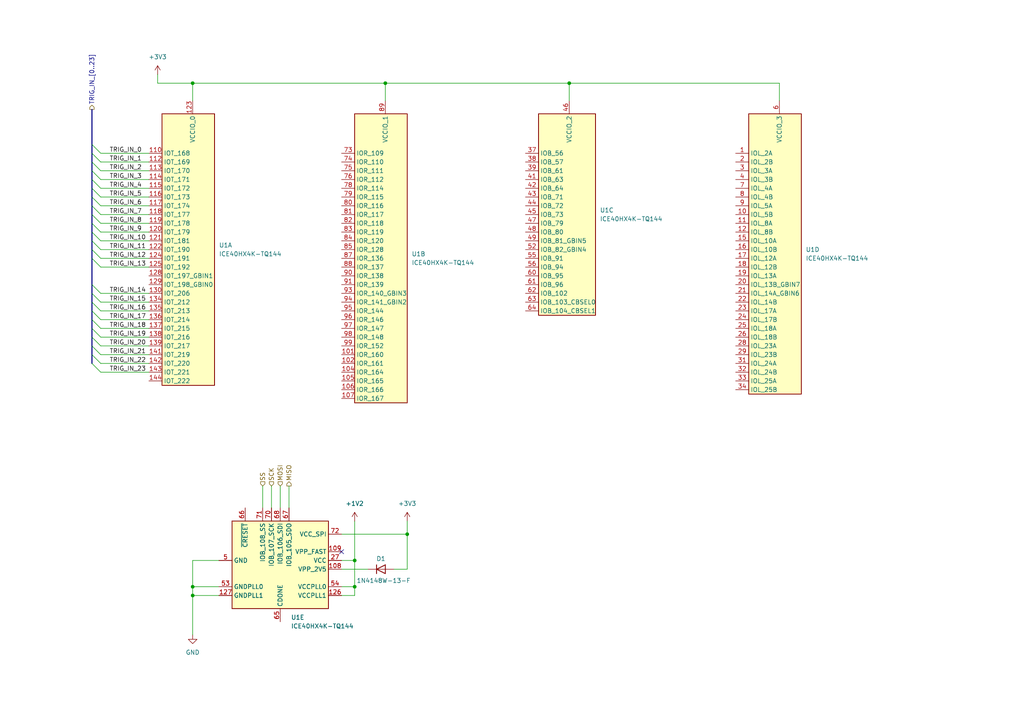
<source format=kicad_sch>
(kicad_sch (version 20250114) (generator "eeschema") (generator_version "9.0")
  (paper "A4")
  (lib_symbols
    (symbol "Device:D" (pin_numbers (hide yes)) (pin_names (offset 1.016) (hide yes))
      (property "Reference" "D" (at 0 2.54 0))
      (property "Value" "D" (at 0 -2.54 0))
      (symbol "D_0_1"
        (polyline (pts (xy -1.27 1.27) (xy -1.27 -1.27)) (stroke (width 0.254)))
        (polyline (pts (xy 1.27 1.27) (xy 1.27 -1.27) (xy -1.27 0) (xy 1.27 1.27)) (stroke (width 0.254)))
        (polyline (pts (xy 1.27 0) (xy -1.27 0)))
      )
      (symbol "D_1_1"
        (pin passive line (at -3.81 0 0) (length 2.54) (name "K") (number "1"))
        (pin passive line (at 3.81 0 180) (length 2.54) (name "A") (number "2"))
      )
    )
    (symbol "FPGA_Lattice:ICE40HX4K-TQ144"
      (property "Reference" "U" (at 12.7 53.34 0))
      (property "Value" "ICE40HX4K-TQ144" (at 30.48 48.26 0))
      (symbol "ICE40HX4K-TQ144_1_1"
        (rectangle (start -8.89 41.91) (end 6.35 -36.83) (stroke (width 0.254)) (fill (type background)))
        (pin bidirectional line (at -12.7 30.48 0) (length 3.81) (name "IOT_168") (number "110"))
        (pin bidirectional line (at -12.7 27.94 0) (length 3.81) (name "IOT_169") (number "112"))
        (pin bidirectional line (at -12.7 25.4 0) (length 3.81) (name "IOT_170") (number "113"))
        (pin bidirectional line (at -12.7 22.86 0) (length 3.81) (name "IOT_171") (number "114"))
        (pin bidirectional line (at -12.7 20.32 0) (length 3.81) (name "IOT_172") (number "115"))
        (pin bidirectional line (at -12.7 17.78 0) (length 3.81) (name "IOT_173") (number "116"))
        (pin bidirectional line (at -12.7 15.24 0) (length 3.81) (name "IOT_174") (number "117"))
        (pin bidirectional line (at -12.7 12.7 0) (length 3.81) (name "IOT_177") (number "118"))
        (pin bidirectional line (at -12.7 10.16 0) (length 3.81) (name "IOT_178") (number "119"))
        (pin bidirectional line (at -12.7 7.62 0) (length 3.81) (name "IOT_179") (number "120"))
        (pin bidirectional line (at -12.7 5.08 0) (length 3.81) (name "IOT_181") (number "121"))
        (pin bidirectional line (at -12.7 2.54 0) (length 3.81) (name "IOT_190") (number "122"))
        (pin bidirectional line (at -12.7 0 0) (length 3.81) (name "IOT_191") (number "124"))
        (pin bidirectional line (at -12.7 -2.54 0) (length 3.81) (name "IOT_192") (number "125"))
        (pin bidirectional line (at -12.7 -5.08 0) (length 3.81) (name "IOT_197_GBIN1") (number "128"))
        (pin bidirectional line (at -12.7 -7.62 0) (length 3.81) (name "IOT_198_GBIN0") (number "129"))
        (pin bidirectional line (at -12.7 -10.16 0) (length 3.81) (name "IOT_206") (number "130"))
        (pin bidirectional line (at -12.7 -12.7 0) (length 3.81) (name "IOT_212") (number "134"))
        (pin bidirectional line (at -12.7 -15.24 0) (length 3.81) (name "IOT_213") (number "135"))
        (pin bidirectional line (at -12.7 -17.78 0) (length 3.81) (name "IOT_214") (number "136"))
        (pin bidirectional line (at -12.7 -20.32 0) (length 3.81) (name "IOT_215") (number "137"))
        (pin bidirectional line (at -12.7 -22.86 0) (length 3.81) (name "IOT_216") (number "138"))
        (pin bidirectional line (at -12.7 -25.4 0) (length 3.81) (name "IOT_217") (number "139"))
        (pin bidirectional line (at -12.7 -27.94 0) (length 3.81) (name "IOT_219") (number "141"))
        (pin bidirectional line (at -12.7 -30.48 0) (length 3.81) (name "IOT_220") (number "142"))
        (pin bidirectional line (at -12.7 -33.02 0) (length 3.81) (name "IOT_221") (number "143"))
        (pin bidirectional line (at -12.7 -35.56 0) (length 3.81) (name "IOT_222") (number "144"))
        (pin power_in line (at 0 45.72 270) (length 3.81) (name "VCCIO_0") (number "123"))
        (pin passive line (at 0 45.72 270) (length 3.81) (hide yes) (name "VCCIO_0") (number "131"))
      )
      (symbol "ICE40HX4K-TQ144_2_1"
        (rectangle (start -8.89 44.45) (end 6.35 -39.37) (stroke (width 0.254)) (fill (type background)))
        (pin bidirectional line (at -12.7 33.02 0) (length 3.81) (name "IOR_109") (number "73"))
        (pin bidirectional line (at -12.7 30.48 0) (length 3.81) (name "IOR_110") (number "74"))
        (pin bidirectional line (at -12.7 27.94 0) (length 3.81) (name "IOR_111") (number "75"))
        (pin bidirectional line (at -12.7 25.4 0) (length 3.81) (name "IOR_112") (number "76"))
        (pin bidirectional line (at -12.7 22.86 0) (length 3.81) (name "IOR_114") (number "78"))
        (pin bidirectional line (at -12.7 20.32 0) (length 3.81) (name "IOR_115") (number "79"))
        (pin bidirectional line (at -12.7 17.78 0) (length 3.81) (name "IOR_116") (number "80"))
        (pin bidirectional line (at -12.7 15.24 0) (length 3.81) (name "IOR_117") (number "81"))
        (pin bidirectional line (at -12.7 12.7 0) (length 3.81) (name "IOR_118") (number "82"))
        (pin bidirectional line (at -12.7 10.16 0) (length 3.81) (name "IOR_119") (number "83"))
        (pin bidirectional line (at -12.7 7.62 0) (length 3.81) (name "IOR_120") (number "84"))
        (pin bidirectional line (at -12.7 5.08 0) (length 3.81) (name "IOR_128") (number "85"))
        (pin bidirectional line (at -12.7 2.54 0) (length 3.81) (name "IOR_136") (number "87"))
        (pin bidirectional line (at -12.7 0 0) (length 3.81) (name "IOR_137") (number "88"))
        (pin bidirectional line (at -12.7 -2.54 0) (length 3.81) (name "IOR_138") (number "90"))
        (pin bidirectional line (at -12.7 -5.08 0) (length 3.81) (name "IOR_139") (number "91"))
        (pin bidirectional line (at -12.7 -7.62 0) (length 3.81) (name "IOR_140_GBIN3") (number "93"))
        (pin bidirectional line (at -12.7 -10.16 0) (length 3.81) (name "IOR_141_GBIN2") (number "94"))
        (pin bidirectional line (at -12.7 -12.7 0) (length 3.81) (name "IOR_144") (number "95"))
        (pin bidirectional line (at -12.7 -15.24 0) (length 3.81) (name "IOR_146") (number "96"))
        (pin bidirectional line (at -12.7 -17.78 0) (length 3.81) (name "IOR_147") (number "97"))
        (pin bidirectional line (at -12.7 -20.32 0) (length 3.81) (name "IOR_148") (number "98"))
        (pin bidirectional line (at -12.7 -22.86 0) (length 3.81) (name "IOR_152") (number "99"))
        (pin bidirectional line (at -12.7 -25.4 0) (length 3.81) (name "IOR_160") (number "101"))
        (pin bidirectional line (at -12.7 -27.94 0) (length 3.81) (name "IOR_161") (number "102"))
        (pin bidirectional line (at -12.7 -30.48 0) (length 3.81) (name "IOR_164") (number "104"))
        (pin bidirectional line (at -12.7 -33.02 0) (length 3.81) (name "IOR_165") (number "105"))
        (pin bidirectional line (at -12.7 -35.56 0) (length 3.81) (name "IOR_166") (number "106"))
        (pin bidirectional line (at -12.7 -38.1 0) (length 3.81) (name "IOR_167") (number "107"))
        (pin passive line (at 0 48.26 270) (length 3.81) (hide yes) (name "VCCIO_1") (number "100"))
        (pin power_in line (at 0 48.26 270) (length 3.81) (name "VCCIO_1") (number "89"))
      )
      (symbol "ICE40HX4K-TQ144_3_1"
        (rectangle (start -8.89 31.75) (end 7.62 -26.67) (stroke (width 0.254)) (fill (type background)))
        (pin bidirectional line (at -12.7 20.32 0) (length 3.81) (name "IOB_56") (number "37"))
        (pin bidirectional line (at -12.7 17.78 0) (length 3.81) (name "IOB_57") (number "38"))
        (pin bidirectional line (at -12.7 15.24 0) (length 3.81) (name "IOB_61") (number "39"))
        (pin bidirectional line (at -12.7 12.7 0) (length 3.81) (name "IOB_63") (number "41"))
        (pin bidirectional line (at -12.7 10.16 0) (length 3.81) (name "IOB_64") (number "42"))
        (pin bidirectional line (at -12.7 7.62 0) (length 3.81) (name "IOB_71") (number "43"))
        (pin bidirectional line (at -12.7 5.08 0) (length 3.81) (name "IOB_72") (number "44"))
        (pin bidirectional line (at -12.7 2.54 0) (length 3.81) (name "IOB_73") (number "45"))
        (pin bidirectional line (at -12.7 0 0) (length 3.81) (name "IOB_79") (number "47"))
        (pin bidirectional line (at -12.7 -2.54 0) (length 3.81) (name "IOB_80") (number "48"))
        (pin bidirectional line (at -12.7 -5.08 0) (length 3.81) (name "IOB_81_GBIN5") (number "49"))
        (pin bidirectional line (at -12.7 -7.62 0) (length 3.81) (name "IOB_82_GBIN4") (number "52"))
        (pin bidirectional line (at -12.7 -10.16 0) (length 3.81) (name "IOB_91") (number "55"))
        (pin bidirectional line (at -12.7 -12.7 0) (length 3.81) (name "IOB_94") (number "56"))
        (pin bidirectional line (at -12.7 -15.24 0) (length 3.81) (name "IOB_95") (number "60"))
        (pin bidirectional line (at -12.7 -17.78 0) (length 3.81) (name "IOB_96") (number "61"))
        (pin bidirectional line (at -12.7 -20.32 0) (length 3.81) (name "IOB_102") (number "62"))
        (pin bidirectional line (at -12.7 -22.86 0) (length 3.81) (name "IOB_103_CBSEL0") (number "63"))
        (pin bidirectional line (at -12.7 -25.4 0) (length 3.81) (name "IOB_104_CBSEL1") (number "64"))
        (pin power_in line (at 0 35.56 270) (length 3.81) (name "VCCIO_2") (number "46"))
        (pin passive line (at 0 35.56 270) (length 3.81) (hide yes) (name "VCCIO_2") (number "57"))
      )
      (symbol "ICE40HX4K-TQ144_4_1"
        (rectangle (start -8.89 41.91) (end 6.35 -39.37) (stroke (width 0.254)) (fill (type background)))
        (pin bidirectional line (at -12.7 30.48 0) (length 3.81) (name "IOL_2A") (number "1"))
        (pin bidirectional line (at -12.7 27.94 0) (length 3.81) (name "IOL_2B") (number "2"))
        (pin bidirectional line (at -12.7 25.4 0) (length 3.81) (name "IOL_3A") (number "3"))
        (pin bidirectional line (at -12.7 22.86 0) (length 3.81) (name "IOL_3B") (number "4"))
        (pin bidirectional line (at -12.7 20.32 0) (length 3.81) (name "IOL_4A") (number "7"))
        (pin bidirectional line (at -12.7 17.78 0) (length 3.81) (name "IOL_4B") (number "8"))
        (pin bidirectional line (at -12.7 15.24 0) (length 3.81) (name "IOL_5A") (number "9"))
        (pin bidirectional line (at -12.7 12.7 0) (length 3.81) (name "IOL_5B") (number "10"))
        (pin bidirectional line (at -12.7 10.16 0) (length 3.81) (name "IOL_8A") (number "11"))
        (pin bidirectional line (at -12.7 7.62 0) (length 3.81) (name "IOL_8B") (number "12"))
        (pin bidirectional line (at -12.7 5.08 0) (length 3.81) (name "IOL_10A") (number "15"))
        (pin bidirectional line (at -12.7 2.54 0) (length 3.81) (name "IOL_10B") (number "16"))
        (pin bidirectional line (at -12.7 0 0) (length 3.81) (name "IOL_12A") (number "17"))
        (pin bidirectional line (at -12.7 -2.54 0) (length 3.81) (name "IOL_12B") (number "18"))
        (pin bidirectional line (at -12.7 -5.08 0) (length 3.81) (name "IOL_13A") (number "19"))
        (pin bidirectional line (at -12.7 -7.62 0) (length 3.81) (name "IOL_13B_GBIN7") (number "20"))
        (pin bidirectional line (at -12.7 -10.16 0) (length 3.81) (name "IOL_14A_GBIN6") (number "21"))
        (pin bidirectional line (at -12.7 -12.7 0) (length 3.81) (name "IOL_14B") (number "22"))
        (pin bidirectional line (at -12.7 -15.24 0) (length 3.81) (name "IOL_17A") (number "23"))
        (pin bidirectional line (at -12.7 -17.78 0) (length 3.81) (name "IOL_17B") (number "24"))
        (pin bidirectional line (at -12.7 -20.32 0) (length 3.81) (name "IOL_18A") (number "25"))
        (pin bidirectional line (at -12.7 -22.86 0) (length 3.81) (name "IOL_18B") (number "26"))
        (pin bidirectional line (at -12.7 -25.4 0) (length 3.81) (name "IOL_23A") (number "28"))
        (pin bidirectional line (at -12.7 -27.94 0) (length 3.81) (name "IOL_23B") (number "29"))
        (pin bidirectional line (at -12.7 -30.48 0) (length 3.81) (name "IOL_24A") (number "31"))
        (pin bidirectional line (at -12.7 -33.02 0) (length 3.81) (name "IOL_24B") (number "32"))
        (pin bidirectional line (at -12.7 -35.56 0) (length 3.81) (name "IOL_25A") (number "33"))
        (pin bidirectional line (at -12.7 -38.1 0) (length 3.81) (name "IOL_25B") (number "34"))
        (pin passive line (at 0 45.72 270) (length 3.81) (hide yes) (name "VCCIO_3") (number "30"))
        (pin power_in line (at 0 45.72 270) (length 3.81) (name "VCCIO_3") (number "6"))
      )
      (symbol "ICE40HX4K-TQ144_5_1"
        (rectangle (start -11.43 13.97) (end 13.97 -13.97) (stroke (width 0.254)) (fill (type background)))
        (pin bidirectional line (at -15.24 2.54 0) (length 3.81) (name "IOB_105_SDO") (number "67"))
        (pin bidirectional line (at -15.24 0 0) (length 3.81) (name "IOB_106_SDI") (number "68"))
        (pin bidirectional line (at -15.24 -2.54 0) (length 3.81) (name "IOB_107_SCK") (number "70"))
        (pin bidirectional line (at -15.24 -5.08 0) (length 3.81) (name "IOB_108_SS") (number "71"))
        (pin input line (at -15.24 -10.16 0) (length 3.81) (name "~{CRESET}") (number "66"))
        (pin power_in line (at -7.62 17.78 270) (length 3.81) (name "VCC_SPI") (number "72"))
        (pin power_in line (at -2.54 17.78 270) (length 3.81) (name "VPP_FAST") (number "109"))
        (pin passive line (at 0 17.78 270) (length 3.81) (hide yes) (name "VCC") (number "111"))
        (pin power_in line (at 0 17.78 270) (length 3.81) (name "VCC") (number "27"))
        (pin passive line (at 0 17.78 270) (length 3.81) (hide yes) (name "VCC") (number "40"))
        (pin passive line (at 0 17.78 270) (length 3.81) (hide yes) (name "VCC") (number "92"))
        (pin passive line (at 0 -17.78 90) (length 3.81) (hide yes) (name "GND") (number "103"))
        (pin passive line (at 0 -17.78 90) (length 3.81) (hide yes) (name "GND") (number "13"))
        (pin passive line (at 0 -17.78 90) (length 3.81) (hide yes) (name "GND") (number "132"))
        (pin passive line (at 0 -17.78 90) (length 3.81) (hide yes) (name "GND") (number "14"))
        (pin passive line (at 0 -17.78 90) (length 3.81) (hide yes) (name "GND") (number "140"))
        (pin power_in line (at 0 -17.78 90) (length 3.81) (name "GND") (number "5"))
        (pin passive line (at 0 -17.78 90) (length 3.81) (hide yes) (name "GND") (number "59"))
        (pin passive line (at 0 -17.78 90) (length 3.81) (hide yes) (name "GND") (number "69"))
        (pin passive line (at 0 -17.78 90) (length 3.81) (hide yes) (name "GND") (number "86"))
        (pin power_in line (at 2.54 17.78 270) (length 3.81) (name "VPP_2V5") (number "108"))
        (pin power_in line (at 7.62 17.78 270) (length 3.81) (name "VCCPLL0") (number "54"))
        (pin power_in line (at 7.62 -17.78 90) (length 3.81) (name "GNDPLL0") (number "53"))
        (pin power_in line (at 10.16 17.78 270) (length 3.81) (name "VCCPLL1") (number "126"))
        (pin power_in line (at 10.16 -17.78 90) (length 3.81) (name "GNDPLL1") (number "127"))
        (pin no_connect line (at 12.7 7.62 180) (length 3.81) (hide yes) (name "NC") (number "77"))
        (pin no_connect line (at 12.7 5.08 180) (length 3.81) (hide yes) (name "NC") (number "35"))
        (pin no_connect line (at 12.7 2.54 180) (length 3.81) (hide yes) (name "NC") (number "36"))
        (pin no_connect line (at 12.7 -2.54 180) (length 3.81) (hide yes) (name "NC") (number "50"))
        (pin no_connect line (at 12.7 -5.08 180) (length 3.81) (hide yes) (name "NC") (number "51"))
        (pin no_connect line (at 12.7 -7.62 180) (length 3.81) (hide yes) (name "NC") (number "58"))
        (pin no_connect line (at 12.7 -10.16 180) (length 3.81) (hide yes) (name "NC") (number "133"))
        (pin open_collector line (at 17.78 0 180) (length 3.81) (name "CDONE") (number "65"))
      )
    )
    (symbol "power:+1V2" (power) (pin_numbers (hide yes)) (pin_names (offset 0) (hide yes))
      (property "Value" "+1V2" (at 0 3.556 0))
      (symbol "+1V2_0_1"
        (polyline (pts (xy -0.762 1.27) (xy 0 2.54)))
        (polyline (pts (xy 0 2.54) (xy 0.762 1.27)))
        (polyline (pts (xy 0 0) (xy 0 2.54)))
      )
      (symbol "+1V2_1_1"
        (pin power_in line (at 0 0 90) (length 0) (name "~") (number "1"))
      )
    )
    (symbol "power:+3V3" (power) (pin_numbers (hide yes)) (pin_names (offset 0) (hide yes))
      (property "Value" "+3V3" (at 0 3.556 0))
      (symbol "+3V3_0_1"
        (polyline (pts (xy -0.762 1.27) (xy 0 2.54)))
        (polyline (pts (xy 0 2.54) (xy 0.762 1.27)))
        (polyline (pts (xy 0 0) (xy 0 2.54)))
      )
      (symbol "+3V3_1_1"
        (pin power_in line (at 0 0 90) (length 0) (name "~") (number "1"))
      )
    )
    (symbol "power:GND" (power) (pin_numbers (hide yes)) (pin_names (offset 0) (hide yes))
      (property "Value" "GND" (at 0 -3.81 0))
      (symbol "GND_0_1"
        (polyline (pts (xy 0 0) (xy 0 -1.27) (xy 1.27 -1.27) (xy 0 -2.54) (xy -1.27 -1.27) (xy 0 -1.27)))
      )
      (symbol "GND_1_1"
        (pin power_in line (at 0 0 270) (length 0) (name "~") (number "1"))
      )
    )
  )
  (junction (at 55.88 172.72))
  (junction (at 55.88 24.13))
  (junction (at 102.87 170.18))
  (junction (at 165.1 24.13))
  (junction (at 55.88 170.18))
  (junction (at 118.11 154.94))
  (junction (at 111.76 24.13))
  (junction (at 102.87 162.56))
  (no_connect (at 99.06 160.02))
  (bus_entry (at 26.67 82.55) (size 2.54 2.54))
  (bus_entry (at 26.67 92.71) (size 2.54 2.54))
  (bus_entry (at 26.67 97.79) (size 2.54 2.54))
  (bus_entry (at 26.67 74.93) (size 2.54 2.54))
  (bus_entry (at 26.67 44.45) (size 2.54 2.54))
  (bus_entry (at 26.67 90.17) (size 2.54 2.54))
  (bus_entry (at 26.67 54.61) (size 2.54 2.54))
  (bus_entry (at 26.67 64.77) (size 2.54 2.54))
  (bus_entry (at 26.67 62.23) (size 2.54 2.54))
  (bus_entry (at 26.67 52.07) (size 2.54 2.54))
  (bus_entry (at 26.67 85.09) (size 2.54 2.54))
  (bus_entry (at 26.67 67.31) (size 2.54 2.54))
  (bus_entry (at 26.67 69.85) (size 2.54 2.54))
  (bus_entry (at 26.67 57.15) (size 2.54 2.54))
  (bus_entry (at 26.67 46.99) (size 2.54 2.54))
  (bus_entry (at 26.67 100.33) (size 2.54 2.54))
  (bus_entry (at 26.67 102.87) (size 2.54 2.54))
  (bus_entry (at 26.67 95.25) (size 2.54 2.54))
  (bus_entry (at 26.67 87.63) (size 2.54 2.54))
  (bus_entry (at 26.67 41.91) (size 2.54 2.54))
  (bus_entry (at 26.67 72.39) (size 2.54 2.54))
  (bus_entry (at 26.67 49.53) (size 2.54 2.54))
  (bus_entry (at 26.67 59.69) (size 2.54 2.54))
  (bus_entry (at 26.67 105.41) (size 2.54 2.54))
  (bus (pts (xy 26.67 102.87) (xy 26.67 105.41)))
  (wire (pts (xy 29.21 74.93) (xy 43.18 74.93)))
  (wire (pts (xy 102.87 151.13) (xy 102.87 162.56)))
  (wire (pts (xy 29.21 69.85) (xy 43.18 69.85)))
  (bus (pts (xy 26.67 62.23) (xy 26.67 64.77)))
  (wire (pts (xy 111.76 24.13) (xy 111.76 29.21)))
  (bus (pts (xy 26.67 90.17) (xy 26.67 92.71)))
  (bus (pts (xy 26.67 44.45) (xy 26.67 46.99)))
  (wire (pts (xy 29.21 107.95) (xy 43.18 107.95)))
  (wire (pts (xy 99.06 154.94) (xy 118.11 154.94)))
  (wire (pts (xy 29.21 64.77) (xy 43.18 64.77)))
  (wire (pts (xy 81.28 140.97) (xy 81.28 147.32)))
  (wire (pts (xy 29.21 54.61) (xy 43.18 54.61)))
  (wire (pts (xy 83.82 140.97) (xy 83.82 147.32)))
  (wire (pts (xy 99.06 162.56) (xy 102.87 162.56)))
  (wire (pts (xy 29.21 77.47) (xy 43.18 77.47)))
  (wire (pts (xy 165.1 24.13) (xy 226.06 24.13)))
  (bus (pts (xy 26.67 74.93) (xy 26.67 82.55)))
  (bus (pts (xy 26.67 41.91) (xy 26.67 44.45)))
  (bus (pts (xy 26.67 49.53) (xy 26.67 52.07)))
  (wire (pts (xy 102.87 162.56) (xy 102.87 170.18)))
  (bus (pts (xy 26.67 87.63) (xy 26.67 90.17)))
  (wire (pts (xy 55.88 172.72) (xy 55.88 184.15)))
  (wire (pts (xy 29.21 97.79) (xy 43.18 97.79)))
  (wire (pts (xy 55.88 170.18) (xy 55.88 172.72)))
  (bus (pts (xy 26.67 64.77) (xy 26.67 67.31)))
  (wire (pts (xy 29.21 100.33) (xy 43.18 100.33)))
  (wire (pts (xy 78.74 140.97) (xy 78.74 147.32)))
  (bus (pts (xy 26.67 100.33) (xy 26.67 102.87)))
  (bus (pts (xy 26.67 52.07) (xy 26.67 54.61)))
  (wire (pts (xy 99.06 172.72) (xy 102.87 172.72)))
  (wire (pts (xy 45.72 21.59) (xy 45.72 24.13)))
  (bus (pts (xy 26.67 54.61) (xy 26.67 57.15)))
  (wire (pts (xy 99.06 165.1) (xy 106.68 165.1)))
  (wire (pts (xy 29.21 67.31) (xy 43.18 67.31)))
  (wire (pts (xy 99.06 170.18) (xy 102.87 170.18)))
  (wire (pts (xy 29.21 49.53) (xy 43.18 49.53)))
  (wire (pts (xy 118.11 154.94) (xy 118.11 165.1)))
  (wire (pts (xy 63.5 162.56) (xy 55.88 162.56)))
  (bus (pts (xy 26.67 85.09) (xy 26.67 87.63)))
  (wire (pts (xy 29.21 59.69) (xy 43.18 59.69)))
  (wire (pts (xy 29.21 62.23) (xy 43.18 62.23)))
  (bus (pts (xy 26.67 59.69) (xy 26.67 62.23)))
  (wire (pts (xy 165.1 24.13) (xy 165.1 29.21)))
  (wire (pts (xy 55.88 172.72) (xy 63.5 172.72)))
  (bus (pts (xy 26.67 92.71) (xy 26.67 95.25)))
  (bus (pts (xy 26.67 46.99) (xy 26.67 49.53)))
  (wire (pts (xy 114.3 165.1) (xy 118.11 165.1)))
  (bus (pts (xy 26.67 72.39) (xy 26.67 74.93)))
  (wire (pts (xy 102.87 170.18) (xy 102.87 172.72)))
  (wire (pts (xy 29.21 92.71) (xy 43.18 92.71)))
  (bus (pts (xy 26.67 57.15) (xy 26.67 59.69)))
  (wire (pts (xy 29.21 102.87) (xy 43.18 102.87)))
  (wire (pts (xy 29.21 44.45) (xy 43.18 44.45)))
  (wire (pts (xy 55.88 29.21) (xy 55.88 24.13)))
  (wire (pts (xy 29.21 95.25) (xy 43.18 95.25)))
  (wire (pts (xy 29.21 85.09) (xy 43.18 85.09)))
  (bus (pts (xy 26.67 67.31) (xy 26.67 69.85)))
  (wire (pts (xy 29.21 90.17) (xy 43.18 90.17)))
  (wire (pts (xy 76.2 140.97) (xy 76.2 147.32)))
  (bus (pts (xy 26.67 95.25) (xy 26.67 97.79)))
  (wire (pts (xy 55.88 24.13) (xy 111.76 24.13)))
  (bus (pts (xy 26.67 82.55) (xy 26.67 85.09)))
  (bus (pts (xy 26.67 69.85) (xy 26.67 72.39)))
  (wire (pts (xy 29.21 72.39) (xy 43.18 72.39)))
  (wire (pts (xy 29.21 87.63) (xy 43.18 87.63)))
  (wire (pts (xy 55.88 162.56) (xy 55.88 170.18)))
  (wire (pts (xy 55.88 24.13) (xy 45.72 24.13)))
  (wire (pts (xy 29.21 57.15) (xy 43.18 57.15)))
  (bus (pts (xy 26.67 97.79) (xy 26.67 100.33)))
  (wire (pts (xy 111.76 24.13) (xy 165.1 24.13)))
  (wire (pts (xy 29.21 105.41) (xy 43.18 105.41)))
  (wire (pts (xy 29.21 52.07) (xy 43.18 52.07)))
  (bus (pts (xy 26.67 31.75) (xy 26.67 41.91)))
  (wire (pts (xy 226.06 24.13) (xy 226.06 29.21)))
  (wire (pts (xy 118.11 151.13) (xy 118.11 154.94)))
  (wire (pts (xy 29.21 46.99) (xy 43.18 46.99)))
  (wire (pts (xy 63.5 170.18) (xy 55.88 170.18)))
  (label "TRIG_IN_14" (at 31.75 85.09 0))
  (label "TRIG_IN_11" (at 31.75 72.39 0))
  (label "TRIG_IN_21" (at 31.75 102.87 0))
  (label "TRIG_IN_18" (at 31.75 95.25 0))
  (label "TRIG_IN_2" (at 31.75 49.53 0))
  (label "TRIG_IN_0" (at 31.75 44.45 0))
  (label "TRIG_IN_15" (at 31.75 87.63 0))
  (label "TRIG_IN_4" (at 31.75 54.61 0))
  (label "TRIG_IN_9" (at 31.75 67.31 0))
  (label "TRIG_IN_3" (at 31.75 52.07 0))
  (label "TRIG_IN_22" (at 31.75 105.41 0))
  (label "TRIG_IN_8" (at 31.75 64.77 0))
  (label "TRIG_IN_17" (at 31.75 92.71 0))
  (label "TRIG_IN_6" (at 31.75 59.69 0))
  (label "TRIG_IN_12" (at 31.75 74.93 0))
  (label "TRIG_IN_7" (at 31.75 62.23 0))
  (label "TRIG_IN_19" (at 31.75 97.79 0))
  (label "TRIG_IN_13" (at 31.75 77.47 0))
  (label "TRIG_IN_23" (at 31.75 107.95 0))
  (label "TRIG_IN_16" (at 31.75 90.17 0))
  (label "TRIG_IN_20" (at 31.75 100.33 0))
  (label "TRIG_IN_5" (at 31.75 57.15 0))
  (label "TRIG_IN_10" (at 31.75 69.85 0))
  (label "TRIG_IN_1" (at 31.75 46.99 0))
  (hierarchical_label "SCK" (shape input) (at 78.74 140.97 90))
  (hierarchical_label "SS" (shape input) (at 76.2 140.97 90))
  (hierarchical_label "MISO" (shape output) (at 83.82 140.97 90))
  (hierarchical_label "TRIG_IN_[0..23]" (shape output) (at 26.67 31.75 90))
  (hierarchical_label "MOSI" (shape input) (at 81.28 140.97 90))
  (symbol (lib_id "FPGA_Lattice:ICE40HX4K-TQ144") (at 165.1 64.77 0) (unit 3)
    (property "Reference" "U1" (at 173.99 60.9599 0) (effects (justify left)))
    (property "Value" "ICE40HX4K-TQ144" (at 173.99 63.4999 0) (effects (justify left)))
    (property "Footprint" "Package_QFP:TQFP-144_20x20mm_P0.5mm" (effects (hide yes)))
    (property "Datasheet" "http://www.latticesemi.com/Products/FPGAandCPLD/iCE40" (effects (hide yes)))
    (property "Description" "iCE40 HX FPGA, 3520 LUTs, 1.2V, TQFP-144" (effects (hide yes)))
  )
  (symbol (lib_id "FPGA_Lattice:ICE40HX4K-TQ144") (at 55.88 74.93 0) (unit 1)
    (property "Reference" "U1" (at 63.5 71.1199 0) (effects (justify left)))
    (property "Value" "ICE40HX4K-TQ144" (at 63.5 73.6599 0) (effects (justify left)))
    (property "Footprint" "Package_QFP:TQFP-144_20x20mm_P0.5mm" (effects (hide yes)))
    (property "Datasheet" "http://www.latticesemi.com/Products/FPGAandCPLD/iCE40" (effects (hide yes)))
    (property "Description" "iCE40 HX FPGA, 3520 LUTs, 1.2V, TQFP-144" (effects (hide yes)))
  )
  (symbol (lib_id "FPGA_Lattice:ICE40HX4K-TQ144") (at 226.06 74.93 0) (unit 4)
    (property "Reference" "U1" (at 233.68 72.3899 0) (effects (justify left)))
    (property "Value" "ICE40HX4K-TQ144" (at 233.68 74.9299 0) (effects (justify left)))
    (property "Footprint" "Package_QFP:TQFP-144_20x20mm_P0.5mm" (effects (hide yes)))
    (property "Datasheet" "http://www.latticesemi.com/Products/FPGAandCPLD/iCE40" (effects (hide yes)))
    (property "Description" "iCE40 HX FPGA, 3520 LUTs, 1.2V, TQFP-144" (effects (hide yes)))
  )
  (symbol (lib_id "FPGA_Lattice:ICE40HX4K-TQ144") (at 111.76 77.47 0) (unit 2)
    (property "Reference" "U1" (at 119.38 73.6599 0) (effects (justify left)))
    (property "Value" "ICE40HX4K-TQ144" (at 119.38 76.1999 0) (effects (justify left)))
    (property "Footprint" "Package_QFP:TQFP-144_20x20mm_P0.5mm" (effects (hide yes)))
    (property "Datasheet" "http://www.latticesemi.com/Products/FPGAandCPLD/iCE40" (effects (hide yes)))
    (property "Description" "iCE40 HX FPGA, 3520 LUTs, 1.2V, TQFP-144" (effects (hide yes)))
  )
  (symbol (lib_id "power:+3V3") (at 45.72 21.59 0) (unit 1)
    (property "Reference" "#PWR07" (effects (hide yes)))
    (property "Value" "+3V3" (at 45.72 16.51 0))
    (property "Description" "Power symbol creates a global label with name \"+3V3\"" (effects (hide yes)))
  )
  (symbol (lib_id "power:+1V2") (at 102.87 151.13 0) (unit 1)
    (property "Reference" "#PWR09" (effects (hide yes)))
    (property "Value" "+1V2" (at 102.87 146.05 0))
    (property "Description" "Power symbol creates a global label with name \"+1V2\"" (effects (hide yes)))
  )
  (symbol (lib_id "power:+3V3") (at 118.11 151.13 0) (unit 1)
    (property "Reference" "#PWR010" (effects (hide yes)))
    (property "Value" "+3V3" (at 118.11 146.05 0))
    (property "Description" "Power symbol creates a global label with name \"+3V3\"" (effects (hide yes)))
  )
  (symbol (lib_id "power:GND") (at 55.88 184.15 0) (unit 1)
    (property "Reference" "#PWR08" (effects (hide yes)))
    (property "Value" "GND" (at 55.88 189.23 0))
    (property "Description" "Power symbol creates a global label with name \"GND\" , ground" (effects (hide yes)))
  )
  (symbol (lib_id "FPGA_Lattice:ICE40HX4K-TQ144") (at 81.28 162.56 270) (unit 5)
    (property "Reference" "U1" (at 84.3981 179.07 90) (effects (justify left)))
    (property "Value" "ICE40HX4K-TQ144" (at 84.3981 181.61 90) (effects (justify left)))
    (property "Footprint" "Package_QFP:TQFP-144_20x20mm_P0.5mm" (effects (hide yes)))
    (property "Datasheet" "http://www.latticesemi.com/Products/FPGAandCPLD/iCE40" (effects (hide yes)))
    (property "Description" "iCE40 HX FPGA, 3520 LUTs, 1.2V, TQFP-144" (effects (hide yes)))
  )
  (symbol (lib_id "Device:D") (at 110.49 165.1 0) (unit 1)
    (property "Reference" "D1" (at 110.49 162.052 0))
    (property "Value" "1N4148W-13-F" (at 111.252 168.402 0))
    (property "Description" "Diode" (effects (hide yes)))
    (property "Sim.Device" "D" (effects (hide yes)))
    (property "Sim.Pins" "1=K 2=A" (effects (hide yes)))
  )
)
</source>
